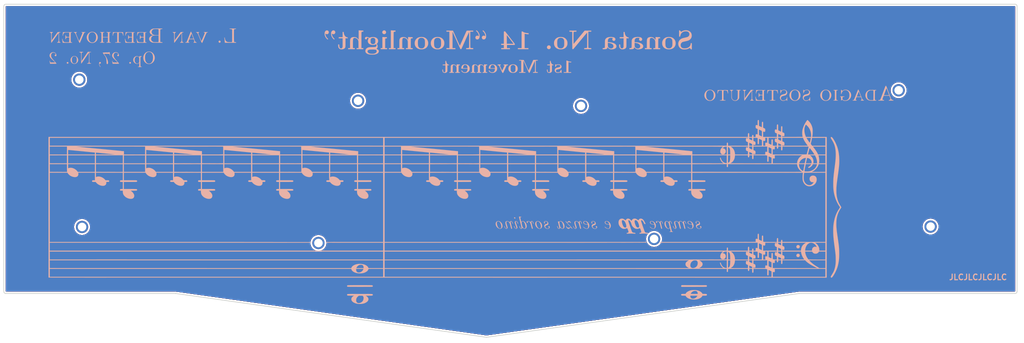
<source format=kicad_pcb>
(kicad_pcb (version 20210126) (generator pcbnew)
  (layers (0 "F.Cu" signal) (31 "B.Cu" signal) (34 "B.Paste" user) (35 "F.Paste" user) (36 "B.SilkS" user "B.Silkscreen") (37 "F.SilkS" user "F.Silkscreen") (38 "B.Mask" user) (39 "F.Mask" user) (44 "Edge.Cuts" user))
  (net 0 "")
  (footprint "keyboard_parts:MountingHole_M2" (layer "F.Cu") (at 159.749803 105.787321)
    (fp_text reference "H5" hide)
    (fp_text value "Hole")
    (pad "1" thru_hole circle (at 0 0) (size 3.3 3.3) (drill 2.3) (layers *.Cu *.Mask))
  )
  (footprint "keyboard_parts:MountingHole_M2" (layer "F.Cu") (at 149.129803 143.897321)
    (fp_text reference "H6" hide)
    (fp_text value "Hole")
    (pad "1" thru_hole circle (at 0 0) (size 3.3 3.3) (drill 2.3) (layers *.Cu *.Mask))
  )
  (footprint "keyboard_parts:MountingHole_M2" (layer "F.Cu") (at 313.169803 139.497321)
    (fp_text reference "H4" hide)
    (fp_text value "Hole")
    (pad "1" thru_hole circle (at 0 0) (size 3.3 3.3) (drill 2.3) (layers *.Cu *.Mask))
  )
  (footprint "keyboard_parts:MountingHole_M2" (layer "F.Cu") (at 85.789803 139.597321)
    (fp_text reference "H2" hide)
    (fp_text value "Hole")
    (pad "1" thru_hole circle (at 0 0) (size 3.3 3.3) (drill 2.3) (layers *.Cu *.Mask))
  )
  (footprint "keyboard_parts:MountingHole_M2" (layer "F.Cu") (at 219.489803 107.157321)
    (fp_text reference "H8" hide)
    (fp_text value "Hole")
    (pad "1" thru_hole circle (at 0 0) (size 3.3 3.3) (drill 2.3) (layers *.Cu *.Mask))
  )
  (footprint "keyboard_parts:MountingHole_M2" (layer "F.Cu") (at 304.609803 102.967321)
    (fp_text reference "H3" hide)
    (fp_text value "Hole")
    (pad "1" thru_hole circle (at 0 0) (size 3.3 3.3) (drill 2.3) (layers *.Cu *.Mask))
  )
  (footprint "keyboard_parts:MountingHole_M2" (layer "F.Cu") (at 85.049803 100.127321)
    (fp_text reference "H1" hide)
    (fp_text value "Hole")
    (pad "1" thru_hole circle (at 0 0) (size 3.3 3.3) (drill 2.3) (layers *.Cu *.Mask))
  )
  (footprint "keyboard_parts:MountingHole_M2" (layer "F.Cu") (at 239.069803 142.797321)
    (fp_text reference "H7" hide)
    (fp_text value "Hole")
    (pad "1" thru_hole circle (at 0 0) (size 3.3 3.3) (drill 2.3) (layers *.Cu *.Mask))
  )
  (footprint "Graphics:Large Sonata bar" (layer "B.Cu") (at 188.56 122.210732 180)
    (fp_text reference "G***" hide)
    (fp_text value "LOGO" hide)
  )
  (footprint "Graphics:Sonata title" (layer "B.Cu") (at 200.01 92.25 180)
    (fp_text reference "G***" hide)
    (fp_text value "LOGO" hide)
  )
  (gr_line (start 65.325803 79.918539) (end 335.825803 79.918539) (layer "Edge.Cuts") (width 0.2))
  (gr_line (start 336.325802 80.41854) (end 336.325803 156.918139) (layer "Edge.Cuts") (width 0.2))
  (gr_arc (start 277.968803 157.918138) (end 277.968803 157.41814) (angle -7.9795) (layer "Edge.Cuts") (width 0.2))
  (gr_arc (start 110.823903 157.918139) (end 110.893685 157.423031) (angle -8.0227) (layer "Edge.Cuts") (width 0.2))
  (gr_line (start 110.823903 157.418138) (end 65.325803 157.418139) (layer "Edge.Cuts") (width 0.2))
  (gr_line (start 64.825803 156.918139) (end 64.825803 80.418539) (layer "Edge.Cuts") (width 0.2))
  (gr_arc (start 65.325803 80.418539) (end 65.325803 79.918539) (angle -90) (layer "Edge.Cuts") (width 0.2))
  (gr_arc (start 194.167803 168.656139) (end 194.09802 169.151245) (angle -16.0022) (layer "Edge.Cuts") (width 0.2))
  (gr_arc (start 65.325803 156.918139) (end 64.825803 156.918139) (angle -90) (layer "Edge.Cuts") (width 0.2))
  (gr_arc (start 335.825803 80.418539) (end 336.325802 80.41854) (angle -90.00001459) (layer "Edge.Cuts") (width 0.2))
  (gr_line (start 335.825803 157.418139) (end 277.968803 157.41814) (layer "Edge.Cuts") (width 0.2))
  (gr_line (start 277.899393 157.422981) (end 194.237212 169.151297) (layer "Edge.Cuts") (width 0.2))
  (gr_arc (start 335.825803 156.918139) (end 335.825803 157.418139) (angle -90) (layer "Edge.Cuts") (width 0.2))
  (gr_line (start 194.09802 169.151245) (end 110.893685 157.423031) (layer "Edge.Cuts") (width 0.2))
  (gr_text "JLCJLCJLCJLC" (at 325.88 153.05) (layer "B.SilkS") (effects (font (size 1.5 1.5) (thickness 0.3))))
  (zone (net 0) (net_name "") (layers F&B.Cu) (connect_pads (clearance 0.508)) (min_thickness 0.254) (fill yes (thermal_gap 0.508) (thermal_bridge_width 0.508))
    (polygon (pts (xy 337.3 158.03) (xy 278.58 158.22) (xy 195.04 169.98) (xy 111.03 158.34) (xy 64.08 157.97) (xy 63.8 78.9) (xy 337.3 78.78)))
  )
  (zone (net 0) (net_name "") (layers F&B.Cu) (connect_pads (clearance 0.508)) (min_thickness 0.254) (fill yes (thermal_gap 0.508) (thermal_bridge_width 0.508))
    (polygon (pts (xy 338.199803 158.647321) (xy 280.319803 159.007321) (xy 196.239803 170.647321) (xy 111.959803 158.857321) (xy 65.369803 159.007321) (xy 65.399803 80.397321) (xy 338.059803 80.367321)))
  )
  (zone (net 0) (net_name "") (layer "F.Cu") (connect_pads (clearance 0.508)) (min_thickness 0.254) (fill yes (thermal_gap 0.508) (thermal_bridge_width 0.508))
    (polygon (pts (xy 337.199803 157.647321) (xy 279.319803 158.007321) (xy 195.239803 169.647321) (xy 110.959803 157.857321) (xy 64.369803 158.007321) (xy 64.399803 79.397321) (xy 337.059803 79.367321)))
  )
)
</source>
